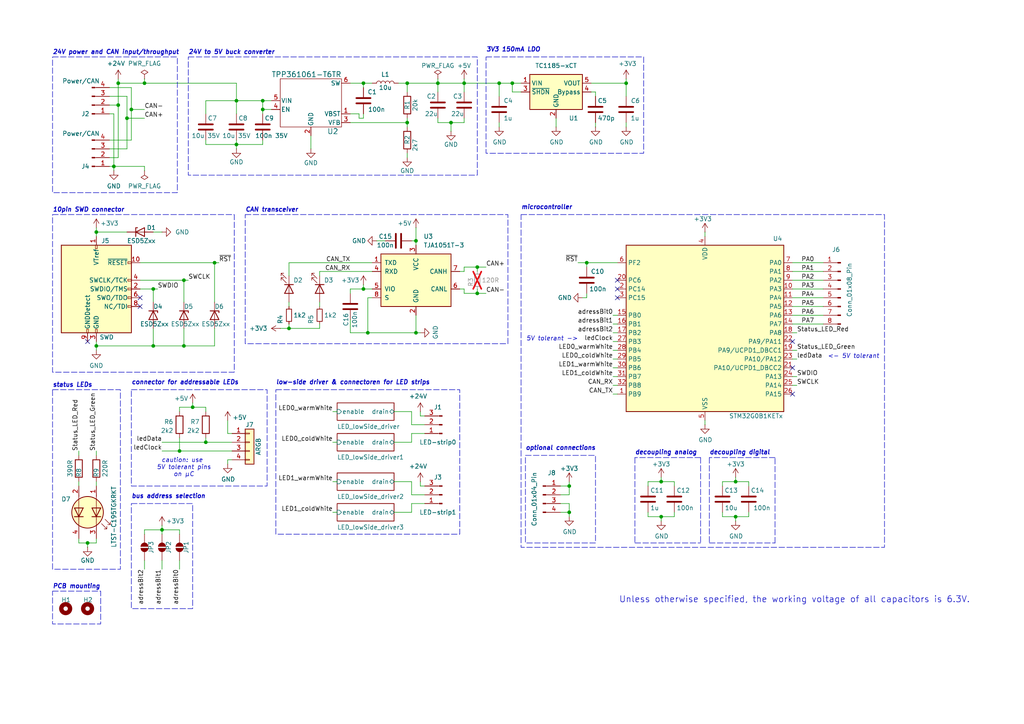
<source format=kicad_sch>
(kicad_sch (version 20231120) (generator "eeschema") (generator_version "8.0")
  (paper "A4")
  (junction (at 213.36 149.86))
  (junction (at 34.29 30.48))
  (junction (at 44.45 100.33))
  (junction (at 191.77 139.7))
  (junction (at 46.99 153.67))
  (junction (at 213.36 139.7))
  (junction (at 38.1 31.75))
  (junction (at 53.34 100.33))
  (junction (at 36.83 34.29))
  (junction (at 41.91 24.13))
  (junction (at 138.43 85.09))
  (junction (at 59.69 128.27))
  (junction (at 120.65 96.52))
  (junction (at 44.45 83.82))
  (junction (at 144.78 24.13))
  (junction (at 25.4 157.48))
  (junction (at 138.43 77.47))
  (junction (at 62.23 76.2))
  (junction (at 191.77 149.86))
  (junction (at 165.1 140.97))
  (junction (at 130.81 35.56))
  (junction (at 118.11 24.13))
  (junction (at 148.59 24.13))
  (junction (at 181.61 24.13))
  (junction (at 165.1 148.59))
  (junction (at 34.29 24.13))
  (junction (at 76.2 31.75))
  (junction (at 127 24.13))
  (junction (at 134.62 24.13))
  (junction (at 68.58 41.91))
  (junction (at 106.68 96.52))
  (junction (at 170.18 76.2))
  (junction (at 118.11 35.56))
  (junction (at 105.41 24.13))
  (junction (at 33.02 48.26))
  (junction (at 105.41 83.82))
  (junction (at 68.58 29.21))
  (junction (at 27.94 67.31))
  (junction (at 27.94 100.33))
  (junction (at 120.65 69.85))
  (junction (at 52.07 130.81))
  (junction (at 83.82 95.25))
  (junction (at 53.34 81.28))
  (junction (at 76.2 29.21))
  (junction (at 55.88 118.11))
  (no_connect (at 179.07 83.82))
  (no_connect (at 229.87 106.68))
  (no_connect (at 40.64 86.36))
  (no_connect (at 229.87 99.06))
  (no_connect (at 179.07 86.36))
  (no_connect (at 25.4 99.06))
  (no_connect (at 40.64 88.9))
  (no_connect (at 229.87 114.3))
  (no_connect (at 179.07 81.28))
  (wire (pts (xy 217.17 149.86) (xy 213.36 149.86)))
  (wire (pts (xy 229.87 109.22) (xy 231.14 109.22)))
  (wire (pts (xy 121.92 119.38) (xy 121.92 120.65)))
  (wire (pts (xy 170.18 77.47) (xy 170.18 76.2)))
  (wire (pts (xy 177.8 104.14) (xy 179.07 104.14)))
  (wire (pts (xy 229.87 76.2) (xy 238.76 76.2)))
  (wire (pts (xy 96.52 148.59) (xy 97.79 148.59)))
  (wire (pts (xy 83.82 93.98) (xy 83.82 95.25)))
  (wire (pts (xy 134.62 34.29) (xy 134.62 35.56)))
  (wire (pts (xy 59.69 128.27) (xy 67.31 128.27)))
  (wire (pts (xy 165.1 148.59) (xy 165.1 146.05)))
  (polyline (pts (xy 224.79 157.48) (xy 224.79 132.715)) (stroke (width 0) (type dash)))
  (wire (pts (xy 31.75 27.94) (xy 36.83 27.94)))
  (polyline (pts (xy 203.2 132.715) (xy 203.2 157.48)) (stroke (width 0) (type dash)))
  (wire (pts (xy 76.2 41.91) (xy 76.2 40.64)))
  (wire (pts (xy 229.87 88.9) (xy 238.76 88.9)))
  (wire (pts (xy 191.77 149.86) (xy 195.58 149.86)))
  (wire (pts (xy 92.71 87.63) (xy 92.71 88.9)))
  (wire (pts (xy 27.94 66.04) (xy 27.94 67.31)))
  (wire (pts (xy 36.83 34.29) (xy 41.91 34.29)))
  (wire (pts (xy 81.28 95.25) (xy 83.82 95.25)))
  (wire (pts (xy 92.71 78.74) (xy 107.95 78.74)))
  (wire (pts (xy 177.8 96.52) (xy 179.07 96.52)))
  (wire (pts (xy 33.02 33.02) (xy 31.75 33.02)))
  (wire (pts (xy 44.45 83.82) (xy 44.45 87.63)))
  (wire (pts (xy 172.72 26.67) (xy 171.45 26.67)))
  (wire (pts (xy 59.69 128.27) (xy 46.99 128.27)))
  (wire (pts (xy 46.99 162.56) (xy 46.99 165.1)))
  (wire (pts (xy 66.04 125.73) (xy 67.31 125.73)))
  (wire (pts (xy 134.62 24.13) (xy 134.62 26.67)))
  (wire (pts (xy 191.77 149.86) (xy 191.77 151.13)))
  (wire (pts (xy 33.02 48.26) (xy 33.02 49.53)))
  (wire (pts (xy 27.94 130.81) (xy 27.94 132.08)))
  (wire (pts (xy 52.07 118.11) (xy 52.07 119.38)))
  (wire (pts (xy 62.23 100.33) (xy 62.23 95.25)))
  (wire (pts (xy 68.58 24.13) (xy 68.58 29.21)))
  (wire (pts (xy 31.75 48.26) (xy 33.02 48.26)))
  (wire (pts (xy 120.65 96.52) (xy 121.92 96.52)))
  (wire (pts (xy 119.38 128.27) (xy 119.38 125.73)))
  (wire (pts (xy 170.18 85.09) (xy 170.18 86.36)))
  (wire (pts (xy 121.92 120.65) (xy 123.19 120.65)))
  (wire (pts (xy 213.36 149.86) (xy 213.36 151.13)))
  (wire (pts (xy 191.77 139.7) (xy 195.58 139.7)))
  (wire (pts (xy 138.43 77.47) (xy 140.97 77.47)))
  (wire (pts (xy 106.68 86.36) (xy 106.68 96.52)))
  (wire (pts (xy 114.3 119.38) (xy 119.38 119.38)))
  (wire (pts (xy 27.94 99.06) (xy 27.94 100.33)))
  (wire (pts (xy 114.3 148.59) (xy 119.38 148.59)))
  (wire (pts (xy 104.14 33.02) (xy 101.6 33.02)))
  (wire (pts (xy 68.58 40.64) (xy 68.58 41.91)))
  (wire (pts (xy 44.45 100.33) (xy 53.34 100.33)))
  (wire (pts (xy 148.59 24.13) (xy 148.59 26.67)))
  (wire (pts (xy 59.69 119.38) (xy 59.69 118.11)))
  (wire (pts (xy 229.87 104.14) (xy 231.14 104.14)))
  (wire (pts (xy 83.82 76.2) (xy 83.82 80.01)))
  (wire (pts (xy 133.35 83.82) (xy 134.62 83.82)))
  (wire (pts (xy 53.34 95.25) (xy 53.34 100.33)))
  (wire (pts (xy 187.96 139.7) (xy 187.96 140.97)))
  (wire (pts (xy 52.07 127) (xy 52.07 130.81)))
  (wire (pts (xy 172.72 27.94) (xy 172.72 26.67)))
  (wire (pts (xy 209.55 149.86) (xy 213.36 149.86)))
  (wire (pts (xy 76.2 33.02) (xy 76.2 31.75)))
  (wire (pts (xy 229.87 81.28) (xy 238.76 81.28)))
  (wire (pts (xy 187.96 139.7) (xy 191.77 139.7)))
  (wire (pts (xy 31.75 43.18) (xy 36.83 43.18)))
  (wire (pts (xy 209.55 140.97) (xy 209.55 139.7)))
  (wire (pts (xy 46.99 153.67) (xy 52.07 153.67)))
  (wire (pts (xy 34.29 45.72) (xy 34.29 30.48)))
  (wire (pts (xy 165.1 140.97) (xy 165.1 139.7)))
  (wire (pts (xy 105.41 83.82) (xy 101.6 83.82)))
  (wire (pts (xy 101.6 96.52) (xy 106.68 96.52)))
  (wire (pts (xy 68.58 29.21) (xy 59.69 29.21)))
  (wire (pts (xy 191.77 139.7) (xy 191.77 138.43)))
  (wire (pts (xy 27.94 100.33) (xy 44.45 100.33)))
  (wire (pts (xy 22.86 156.21) (xy 22.86 157.48)))
  (wire (pts (xy 90.17 39.37) (xy 90.17 43.18)))
  (wire (pts (xy 168.91 86.36) (xy 170.18 86.36)))
  (polyline (pts (xy 205.74 132.715) (xy 205.74 157.48)) (stroke (width 0) (type dash)))
  (wire (pts (xy 120.65 66.04) (xy 120.65 69.85)))
  (wire (pts (xy 120.65 69.85) (xy 120.65 71.12)))
  (wire (pts (xy 213.36 139.7) (xy 217.17 139.7)))
  (wire (pts (xy 52.07 130.81) (xy 67.31 130.81)))
  (wire (pts (xy 68.58 41.91) (xy 76.2 41.91)))
  (wire (pts (xy 217.17 140.97) (xy 217.17 139.7)))
  (wire (pts (xy 34.29 30.48) (xy 31.75 30.48)))
  (wire (pts (xy 34.29 22.86) (xy 34.29 24.13)))
  (wire (pts (xy 130.81 35.56) (xy 127 35.56)))
  (wire (pts (xy 229.87 96.52) (xy 231.14 96.52)))
  (wire (pts (xy 181.61 24.13) (xy 181.61 22.86)))
  (wire (pts (xy 27.94 139.7) (xy 27.94 140.97)))
  (wire (pts (xy 36.83 67.31) (xy 27.94 67.31)))
  (wire (pts (xy 119.38 146.05) (xy 123.19 146.05)))
  (wire (pts (xy 52.07 153.67) (xy 52.07 154.94)))
  (wire (pts (xy 76.2 31.75) (xy 78.74 31.75)))
  (wire (pts (xy 36.83 27.94) (xy 36.83 34.29)))
  (wire (pts (xy 68.58 41.91) (xy 68.58 43.18)))
  (wire (pts (xy 181.61 27.94) (xy 181.61 24.13)))
  (wire (pts (xy 217.17 148.59) (xy 217.17 149.86)))
  (wire (pts (xy 55.88 116.84) (xy 55.88 118.11)))
  (wire (pts (xy 144.78 24.13) (xy 144.78 27.94)))
  (wire (pts (xy 109.22 69.85) (xy 111.76 69.85)))
  (wire (pts (xy 31.75 40.64) (xy 38.1 40.64)))
  (wire (pts (xy 38.1 25.4) (xy 38.1 31.75)))
  (wire (pts (xy 105.41 83.82) (xy 107.95 83.82)))
  (wire (pts (xy 53.34 100.33) (xy 62.23 100.33)))
  (wire (pts (xy 83.82 87.63) (xy 83.82 88.9)))
  (wire (pts (xy 118.11 34.29) (xy 118.11 35.56)))
  (wire (pts (xy 34.29 24.13) (xy 41.91 24.13)))
  (wire (pts (xy 119.38 143.51) (xy 123.19 143.51)))
  (wire (pts (xy 229.87 78.74) (xy 238.76 78.74)))
  (wire (pts (xy 52.07 130.81) (xy 46.99 130.81)))
  (wire (pts (xy 22.86 139.7) (xy 22.86 140.97)))
  (wire (pts (xy 187.96 149.86) (xy 191.77 149.86)))
  (wire (pts (xy 229.87 83.82) (xy 238.76 83.82)))
  (wire (pts (xy 53.34 81.28) (xy 54.61 81.28)))
  (wire (pts (xy 127 22.86) (xy 127 24.13)))
  (wire (pts (xy 106.68 86.36) (xy 107.95 86.36)))
  (wire (pts (xy 127 35.56) (xy 127 34.29)))
  (wire (pts (xy 83.82 95.25) (xy 92.71 95.25)))
  (wire (pts (xy 101.6 92.71) (xy 101.6 96.52)))
  (wire (pts (xy 138.43 85.09) (xy 140.97 85.09)))
  (wire (pts (xy 119.38 139.7) (xy 119.38 143.51)))
  (wire (pts (xy 118.11 24.13) (xy 118.11 26.67)))
  (wire (pts (xy 161.29 34.29) (xy 161.29 36.83)))
  (wire (pts (xy 27.94 100.33) (xy 27.94 101.6)))
  (wire (pts (xy 44.45 100.33) (xy 44.45 95.25)))
  (wire (pts (xy 134.62 78.74) (xy 134.62 77.47)))
  (wire (pts (xy 127 24.13) (xy 127 26.67)))
  (wire (pts (xy 105.41 34.29) (xy 104.14 34.29)))
  (wire (pts (xy 151.13 26.67) (xy 148.59 26.67)))
  (wire (pts (xy 134.62 22.86) (xy 134.62 24.13)))
  (polyline (pts (xy 203.2 132.715) (xy 184.15 132.715)) (stroke (width 0) (type dash)))
  (wire (pts (xy 134.62 77.47) (xy 138.43 77.47)))
  (wire (pts (xy 229.87 86.36) (xy 238.76 86.36)))
  (polyline (pts (xy 205.74 157.48) (xy 224.79 157.48)) (stroke (width 0) (type dash)))
  (wire (pts (xy 76.2 29.21) (xy 76.2 31.75)))
  (wire (pts (xy 138.43 77.47) (xy 138.43 78.74)))
  (wire (pts (xy 120.65 91.44) (xy 120.65 96.52)))
  (wire (pts (xy 177.8 93.98) (xy 179.07 93.98)))
  (wire (pts (xy 52.07 162.56) (xy 52.07 165.1)))
  (wire (pts (xy 41.91 162.56) (xy 41.91 165.1)))
  (wire (pts (xy 229.87 93.98) (xy 238.76 93.98)))
  (wire (pts (xy 170.18 76.2) (xy 179.07 76.2)))
  (wire (pts (xy 195.58 149.86) (xy 195.58 148.59)))
  (wire (pts (xy 121.92 139.7) (xy 121.92 140.97)))
  (wire (pts (xy 209.55 149.86) (xy 209.55 148.59)))
  (wire (pts (xy 96.52 139.7) (xy 97.79 139.7)))
  (wire (pts (xy 92.71 93.98) (xy 92.71 95.25)))
  (wire (pts (xy 101.6 35.56) (xy 118.11 35.56)))
  (wire (pts (xy 165.1 149.86) (xy 165.1 148.59)))
  (wire (pts (xy 40.64 76.2) (xy 62.23 76.2)))
  (wire (pts (xy 66.04 133.35) (xy 66.04 134.62)))
  (wire (pts (xy 41.91 154.94) (xy 41.91 153.67)))
  (wire (pts (xy 31.75 45.72) (xy 34.29 45.72)))
  (wire (pts (xy 114.3 139.7) (xy 119.38 139.7)))
  (wire (pts (xy 33.02 33.02) (xy 33.02 48.26)))
  (wire (pts (xy 68.58 29.21) (xy 76.2 29.21)))
  (polyline (pts (xy 184.15 132.715) (xy 184.15 157.48)) (stroke (width 0) (type dash)))
  (wire (pts (xy 177.8 101.6) (xy 179.07 101.6)))
  (wire (pts (xy 162.56 148.59) (xy 165.1 148.59)))
  (wire (pts (xy 120.65 96.52) (xy 106.68 96.52)))
  (wire (pts (xy 134.62 85.09) (xy 138.43 85.09)))
  (wire (pts (xy 105.41 82.55) (xy 105.41 83.82)))
  (wire (pts (xy 177.8 106.68) (xy 179.07 106.68)))
  (wire (pts (xy 41.91 48.26) (xy 41.91 49.53)))
  (wire (pts (xy 177.8 114.3) (xy 179.07 114.3)))
  (wire (pts (xy 40.64 83.82) (xy 44.45 83.82)))
  (wire (pts (xy 105.41 24.13) (xy 107.95 24.13)))
  (wire (pts (xy 62.23 76.2) (xy 62.23 87.63)))
  (wire (pts (xy 46.99 152.4) (xy 46.99 153.67)))
  (wire (pts (xy 96.52 128.27) (xy 97.79 128.27)))
  (wire (pts (xy 66.04 133.35) (xy 67.31 133.35)))
  (wire (pts (xy 177.8 111.76) (xy 179.07 111.76)))
  (wire (pts (xy 162.56 143.51) (xy 165.1 143.51)))
  (wire (pts (xy 105.41 33.02) (xy 105.41 34.29)))
  (wire (pts (xy 105.41 24.13) (xy 105.41 25.4)))
  (wire (pts (xy 34.29 24.13) (xy 34.29 30.48)))
  (wire (pts (xy 25.4 157.48) (xy 27.94 157.48)))
  (wire (pts (xy 229.87 111.76) (xy 231.14 111.76)))
  (wire (pts (xy 134.62 24.13) (xy 144.78 24.13)))
  (wire (pts (xy 59.69 29.21) (xy 59.69 33.02)))
  (wire (pts (xy 44.45 83.82) (xy 45.72 83.82)))
  (wire (pts (xy 229.87 91.44) (xy 238.76 91.44)))
  (wire (pts (xy 114.3 128.27) (xy 119.38 128.27)))
  (wire (pts (xy 195.58 139.7) (xy 195.58 140.97)))
  (wire (pts (xy 177.8 99.06) (xy 179.07 99.06)))
  (wire (pts (xy 96.52 119.38) (xy 97.79 119.38)))
  (wire (pts (xy 76.2 29.21) (xy 78.74 29.21)))
  (wire (pts (xy 165.1 146.05) (xy 162.56 146.05)))
  (wire (pts (xy 123.19 140.97) (xy 121.92 140.97)))
  (wire (pts (xy 119.38 119.38) (xy 119.38 123.19)))
  (wire (pts (xy 55.88 118.11) (xy 52.07 118.11)))
  (wire (pts (xy 59.69 41.91) (xy 59.69 40.64)))
  (wire (pts (xy 62.23 76.2) (xy 63.5 76.2)))
  (wire (pts (xy 101.6 24.13) (xy 105.41 24.13)))
  (wire (pts (xy 118.11 45.72) (xy 118.11 44.45)))
  (wire (pts (xy 118.11 35.56) (xy 118.11 36.83)))
  (wire (pts (xy 118.11 24.13) (xy 127 24.13)))
  (wire (pts (xy 22.86 157.48) (xy 25.4 157.48)))
  (wire (pts (xy 130.81 38.1) (xy 130.81 35.56)))
  (wire (pts (xy 119.38 148.59) (xy 119.38 146.05)))
  (wire (pts (xy 92.71 80.01) (xy 92.71 78.74)))
  (polyline (pts (xy 184.15 157.48) (xy 203.2 157.48)) (stroke (width 0) (type dash)))
  (wire (pts (xy 162.56 140.97) (xy 165.1 140.97)))
  (wire (pts (xy 138.43 83.82) (xy 138.43 85.09)))
  (wire (pts (xy 36.83 43.18) (xy 36.83 34.29)))
  (wire (pts (xy 127 24.13) (xy 134.62 24.13)))
  (wire (pts (xy 40.64 81.28) (xy 53.34 81.28)))
  (wire (pts (xy 165.1 140.97) (xy 165.1 143.51)))
  (wire (pts (xy 209.55 139.7) (xy 213.36 139.7)))
  (wire (pts (xy 41.91 24.13) (xy 68.58 24.13)))
  (wire (pts (xy 134.62 83.82) (xy 134.62 85.09)))
  (wire (pts (xy 177.8 91.44) (xy 179.07 91.44)))
  (wire (pts (xy 101.6 83.82) (xy 101.6 85.09)))
  (wire (pts (xy 46.99 67.31) (xy 44.45 67.31)))
  (wire (pts (xy 41.91 153.67) (xy 46.99 153.67)))
  (wire (pts (xy 115.57 24.13) (xy 118.11 24.13)))
  (wire (pts (xy 53.34 81.28) (xy 53.34 87.63)))
  (wire (pts (xy 148.59 24.13) (xy 151.13 24.13)))
  (wire (pts (xy 172.72 35.56) (xy 172.72 36.83)))
  (wire (pts (xy 68.58 29.21) (xy 68.58 33.02)))
  (wire (pts (xy 38.1 31.75) (xy 41.91 31.75)))
  (wire (pts (xy 104.14 34.29) (xy 104.14 33.02)))
  (wire (pts (xy 144.78 24.13) (xy 148.59 24.13)))
  (wire (pts (xy 83.82 76.2) (xy 107.95 76.2)))
  (wire (pts (xy 55.88 118.11) (xy 59.69 118.11)))
  (wire (pts (xy 144.78 36.83) (xy 144.78 35.56)))
  (wire (pts (xy 59.69 127) (xy 59.69 128.27)))
  (wire (pts (xy 171.45 24.13) (xy 181.61 24.13)))
  (wire (pts (xy 66.04 121.92) (xy 66.04 125.73)))
  (wire (pts (xy 119.38 123.19) (xy 123.19 123.19)))
  (wire (pts (xy 167.64 76.2) (xy 170.18 76.2)))
  (wire (pts (xy 33.02 48.26) (xy 41.91 48.26)))
  (wire (pts (xy 134.62 35.56) (xy 130.81 35.56)))
  (wire (pts (xy 229.87 101.6) (xy 231.14 101.6)))
  (wire (pts (xy 204.47 121.92) (xy 204.47 123.19)))
  (wire (pts (xy 25.4 157.48) (xy 25.4 158.75)))
  (wire (pts (xy 177.8 109.22) (xy 179.07 109.22)))
  (wire (pts (xy 133.35 78.74) (xy 134.62 78.74)))
  (wire (pts (xy 59.69 41.91) (xy 68.58 41.91)))
  (wire (pts (xy 22.86 130.81) (xy 22.86 132.08)))
  (wire (pts (xy 187.96 149.86) (xy 187.96 148.59)))
  (wire (pts (xy 213.36 138.43) (xy 213.36 139.7)))
  (wire (pts (xy 41.91 22.86) (xy 41.91 24.13)))
  (wire (pts (xy 31.75 25.4) (xy 38.1 25.4)))
  (wire (pts (xy 181.61 36.83) (xy 181.61 35.56)))
  (polyline (pts (xy 224.79 132.715) (xy 205.74 132.715)) (stroke (width 0) (type dash)))
  (wire (pts (xy 38.1 31.75) (xy 38.1 40.64)))
  (wire (pts (xy 119.38 69.85) (xy 120.65 69.85)))
  (wire (pts (xy 46.99 153.67) (xy 46.99 154.94)))
  (wire (pts (xy 204.47 67.31) (xy 204.47 68.58)))
  (wire (pts (xy 27.94 67.31) (xy 27.94 68.58)))
  (wire (pts (xy 119.38 125.73) (xy 123.19 125.73)))
  (wire (pts (xy 27.94 156.21) (xy 27.94 157.48)))
  (rectangle (start 38.1 113.03) (end 77.47 140.97) (stroke (width 0) (type dash)))
  (rectangle (start 15.24 171.45) (end 29.21 180.975) (stroke (width 0) (type dash)))
  (rectangle (start 15.24 16.51) (end 51.435 55.88) (stroke (width 0) (type dash)))
  (rectangle (start 38.1 146.05) (end 55.88 176.53) (stroke (width 0) (type dash)))
  (rectangle (start 71.12 62.23) (end 147.32 99.695) (stroke (width 0) (type dash)))
  (rectangle (start 151.13 62.23) (end 256.54 158.75) (stroke (width 0) (type dash)))
  (rectangle (start 15.24 62.23) (end 67.945 107.95) (stroke (width 0) (type dash)))
  (rectangle (start 54.61 16.51) (end 138.43 50.8) (stroke (width 0) (type dash)))
  (rectangle (start 80.01 113.03) (end 133.35 154.94) (stroke (width 0) (type dash)))
  (rectangle (start 15.24 113.03) (end 34.925 165.1) (stroke (width 0) (type dash)))
  (rectangle (start 152.4 132.08) (end 172.72 157.48) (stroke (width 0) (type dash)))
  (rectangle (start 140.97 16.51) (end 186.69 44.45) (stroke (width 0) (type dash)))
  (text "decoupling analog" (at 184.15 132.08 0) (effects (font (size 1.27 1.27) (thickness 0.254) (bold yes) (italic yes)) (justify left bottom)))
  (text "3V3 150mA LDO" (at 140.97 15.24 0) (effects (font (size 1.27 1.27) (thickness 0.254) (bold yes) (italic yes)) (justify left bottom)))
  (text "24V power and CAN input/throughput" (at 15.24 15.24 0) (effects (font (size 1.27 1.27) (thickness 0.254) (bold yes) (italic yes)) (justify left)))
  (text "optional connections" (at 152.4 130.81 0) (effects (font (size 1.27 1.27) (thickness 0.254) (bold yes) (italic yes)) (justify left bottom)))
  (text "microcontroller" (at 151.13 60.96 0) (effects (font (size 1.27 1.27) (thickness 0.254) (bold yes) (italic yes)) (justify left bottom)))
  (text "CAN transceiver" (at 71.12 60.96 0) (effects (font (size 1.27 1.27) (thickness 0.254) (bold yes) (italic yes)) (justify left)))
  (text "PCB mounting" (at 15.24 170.18 0) (effects (font (size 1.27 1.27) (thickness 0.254) (bold yes) (italic yes)) (justify left)))
  (text "5V tolerant ->" (at 167.64 99.06 0) (effects (font (size 1.27 1.27) (italic yes)) (justify right bottom)))
  (text "low-side driver & connectoren for LED strips" (at 80.01 111.76 0) (effects (font (size 1.27 1.27) (thickness 0.254) (bold yes) (italic yes)) (justify left bottom)))
  (text "connector for addressable LEDs" (at 38.1 111.76 0) (effects (font (size 1.27 1.27) (thickness 0.254) (bold yes) (italic yes)) (justify left bottom)))
  (text "Unless otherwise specified, the working voltage of all capacitors is 6.3V. " (at 231.14 173.99 0) (effects (font (size 1.8 1.8))))
  (text "status LEDs" (at 15.24 111.76 0) (effects (font (size 1.27 1.27) (thickness 0.254) (bold yes) (italic yes)) (justify left)))
  (text "bus address selection" (at 38.1 144.78 0) (effects (font (size 1.27 1.27) (thickness 0.254) (bold yes) (italic yes)) (justify left bottom)))
  (text "24V to 5V buck converter" (at 54.61 15.24 0) (effects (font (size 1.27 1.27) (thickness 0.254) (bold yes) (italic yes)) (justify left)))
  (text "<- 5V tolerant" (at 240.03 104.14 0) (effects (font (size 1.27 1.27) (italic yes)) (justify left bottom)))
  (text "caution: use \n5V tolerant pins\non µC" (at 53.34 138.43 0) (effects (font (size 1.27 1.27) (italic yes)) (justify bottom)))
  (text "10pin SWD connector" (at 15.24 60.96 0) (effects (font (size 1.27 1.27) (thickness 0.254) (bold yes) (italic yes)) (justify left)))
  (text "decoupling digital" (at 205.74 132.08 0) (effects (font (size 1.27 1.27) (thickness 0.254) (bold yes) (italic yes)) (justify left bottom)))
  (label "LED1_warmWhite" (at 177.8 106.68 180))
  (label "Status_LED_Green" (at 231.14 101.6 0))
  (label "PA1" (at 232.41 78.74 0))
  (label "CAN_RX" (at 177.8 111.76 180))
  (label "ledData" (at 46.99 128.27 180))
  (label "CAN+" (at 140.97 77.47 0))
  (label "adressBit1" (at 46.99 165.1 270))
  (label "PA4" (at 232.41 86.36 0))
  (label "PA6" (at 232.41 91.44 0))
  (label "LED0_coldWhite" (at 96.52 128.27 180))
  (label "adressBit0" (at 52.07 165.1 270))
  (label "SWDIO" (at 45.72 83.82 0))
  (label "PA0" (at 232.41 76.2 0))
  (label "Status_LED_Red" (at 22.86 130.81 90))
  (label "adressBit1" (at 177.8 93.98 180))
  (label "PA7" (at 232.41 93.98 0))
  (label "LED1_coldWhite" (at 96.52 148.59 180))
  (label "SWCLK" (at 231.14 111.76 0))
  (label "CAN+" (at 41.91 34.29 0))
  (label "LED0_warmWhite" (at 96.52 119.38 180))
  (label "SWDIO" (at 231.14 109.22 0))
  (label "LED0_warmWhite" (at 177.8 101.6 180))
  (label "LED0_coldWhite" (at 177.8 104.14 180))
  (label "adressBit2" (at 177.8 96.52 180))
  (label "PA2" (at 232.41 81.28 0))
  (label "PA5" (at 232.41 88.9 0))
  (label "CAN_TX" (at 101.6 76.2 180))
  (label "Status_LED_Green" (at 27.94 130.81 90))
  (label "~{RST}" (at 167.64 76.2 180))
  (label "~{RST}" (at 63.5 76.2 0))
  (label "CAN_TX" (at 177.8 114.3 180))
  (label "CAN-" (at 41.91 31.75 0))
  (label "adressBit0" (at 177.8 91.44 180))
  (label "ledData" (at 231.14 104.14 0))
  (label "CAN_RX" (at 101.6 78.74 180))
  (label "PA3" (at 232.41 83.82 0))
  (label "CAN-" (at 140.97 85.09 0))
  (label "ledClock" (at 46.99 130.81 180))
  (label "adressBit2" (at 41.91 165.1 270))
  (label "SWCLK" (at 54.61 81.28 0))
  (label "Status_LED_Red" (at 231.14 96.52 0))
  (label "LED1_warmWhite" (at 96.52 139.7 180))
  (label "LED1_coldWhite" (at 177.8 109.22 180))
  (label "ledClock" (at 177.8 99.06 180))
  (symbol (lib_id "Diode:ESD5Zxx") (at 44.45 91.44 270) (unit 1)
    (property "Reference" "D4" (at 44.45 88.9 90) (effects (justify left)))
    (property "Value" "ESD5Zxx" (at 40.64 93.98 90) (effects (justify left)))
    (property "Footprint" "Diode_SMD:D_SOD-523" (effects (hide yes)))
    (property "Datasheet" "https://www.onsemi.com/pdf/datasheet/esd5z2.5t1-d.pdf" (effects (hide yes)))
    (property "Description" "ESD Protection Diode, SOD-523" (effects (hide yes)))
  )
  (symbol (lib_id "power:GND") (at 118.11 45.72 0) (unit 1)
    (property "Reference" "#PWR011" (effects (hide yes)))
    (property "Value" "GND" (at 118.11 49.53 0))
    (property "Description" "Power symbol creates a global label with name \"GND\" , ground" (effects (hide yes)))
  )
  (symbol (lib_id "Device:C") (at 209.55 144.78 180) (unit 1)
    (property "Reference" "C13" (at 212.09 142.24 0))
    (property "Value" "10u" (at 212.09 147.32 0))
    (property "Footprint" "Capacitor_SMD:C_0805_2012Metric_Pad1.18x1.45mm_HandSolder" (effects (hide yes)))
  )
  (symbol (lib_id "power:+3V3") (at 27.94 66.04 0) (unit 1)
    (property "Reference" "#PWR014" (effects (hide yes)))
    (property "Value" "+3V3" (at 31.75 64.77 0))
    (property "Description" "Power symbol creates a global label with name \"+3V3\"" (effects (hide yes)))
  )
  (symbol (lib_id "Device:C") (at 76.2 36.83 180) (unit 1)
    (property "Reference" "C9" (at 78.105 34.29 0))
    (property "Value" "100n 35V" (at 78.74 39.37 0))
    (property "Footprint" "Capacitor_SMD:C_0603_1608Metric_Pad1.08x0.95mm_HandSolder" (effects (hide yes)))
    (property "Description" "Unpolarized capacitor" (effects (hide yes)))
  )
  (symbol (lib_id "power:GND") (at 121.92 96.52 90) (unit 1)
    (property "Reference" "#PWR020" (effects (hide yes)))
    (property "Value" "GND" (at 126.3142 96.393 0))
  )
  (symbol (lib_id "Connector:Conn_01x03_Pin") (at 128.27 123.19 180) (unit 1)
    (property "Reference" "J1" (at 127 118.11 0))
    (property "Value" "LED-strip0" (at 127 128.27 0))
    (property "Footprint" "Connector_Molex:Molex_PicoBlade_53047-0310_1x03_P1.25mm_Vertical" (effects (hide yes)))
    (property "Description" "Generic connector, single row, 01x03, script generated" (effects (hide yes)))
  )
  (symbol (lib_id "Device:LED_Dual_AAKK") (at 25.4 148.59 270) (unit 1)
    (property "Reference" "D7" (at 17.78 144.78 90) (effects (justify left)))
    (property "Value" "LTST-C195TGKRKT" (at 33.02 140.97 0) (effects (justify left)))
    (property "Footprint" "extraFootprints:LED_LiteOn_LTST-C195TGKRKT" (effects (hide yes)))
    (property "Datasheet" "https://optoelectronics.liteon.com/upload/download/DS22-2011-0290/LTST-C195TGKRKT.pdf" (effects (hide yes)))
    (property "Description" "Dual LED, cathodes on pins 3 and 4" (effects (hide yes)))
  )
  (symbol (lib_id "power:+3.3V") (at 181.61 22.86 0) (unit 1)
    (property "Reference" "#PWR03" (effects (hide yes)))
    (property "Value" "+3V3" (at 181.991 18.4658 0))
    (property "Description" "Power symbol creates a global label with name \"+3.3V\"" (effects (hide yes)))
  )
  (symbol (lib_id "power:GND") (at 161.29 36.83 0) (unit 1)
    (property "Reference" "#PWR05" (effects (hide yes)))
    (property "Value" "GND" (at 161.417 41.2242 0))
    (property "Description" "Power symbol creates a global label with name \"GND\" , ground" (effects (hide yes)))
  )
  (symbol (lib_id "Device:C") (at 105.41 29.21 180) (unit 1)
    (property "Reference" "C1" (at 107.95 26.67 0))
    (property "Value" "100n" (at 109.22 31.75 0))
    (property "Footprint" "Capacitor_SMD:C_0603_1608Metric_Pad1.08x0.95mm_HandSolder" (effects (hide yes)))
    (property "Description" "Unpolarized capacitor" (effects (hide yes)))
  )
  (symbol (lib_id "power:GND") (at 181.61 36.83 0) (unit 1)
    (property "Reference" "#PWR07" (effects (hide yes)))
    (property "Value" "GND" (at 181.737 41.2242 0))
    (property "Description" "Power symbol creates a global label with name \"GND\" , ground" (effects (hide yes)))
  )
  (symbol (lib_id "Connector_Generic:Conn_01x04") (at 72.39 128.27 0) (unit 1)
    (property "Reference" "J7" (at 72.39 123.19 0))
    (property "Value" "ARGB" (at 74.93 129.54 90))
    (property "Footprint" "Connector_Molex:Molex_PicoBlade_53047-0410_1x04_P1.25mm_Vertical" (effects (hide yes)))
    (property "Description" "Generic connector, single row, 01x04, script generated (kicad-library-utils/schlib/autogen/connector/)" (effects (hide yes)))
  )
  (symbol (lib_id "power:PWR_FLAG") (at 41.91 49.53 180) (unit 1)
    (property "Reference" "#FLG03" (effects (hide yes)))
    (property "Value" "PWR_FLAG" (at 41.91 53.975 0))
    (property "Description" "Special symbol for telling ERC where power comes from" (effects (hide yes)))
  )
  (symbol (lib_id "power:PWR_FLAG") (at 127 22.86 0) (unit 1)
    (property "Reference" "#FLG02" (effects (hide yes)))
    (property "Value" "PWR_FLAG" (at 127 19.05 0))
    (property "Description" "Special symbol for telling ERC where power comes from" (effects (hide yes)))
  )
  (symbol (lib_id "power:GND") (at 165.1 149.86 0) (unit 1)
    (property "Reference" "#PWR039" (effects (hide yes)))
    (property "Value" "GND" (at 165.227 154.2542 0))
  )
  (symbol (lib_id "power:+3V3") (at 213.36 138.43 0) (unit 1)
    (property "Reference" "#PWR028" (effects (hide yes)))
    (property "Value" "+3V3" (at 213.36 134.62 0))
  )
  (symbol (lib_id "Connector:Conn_ARM_JTAG_SWD_10") (at 27.94 83.82 0) (unit 1)
    (property "Reference" "J5" (at 31.75 69.85 0) (effects (justify right)))
    (property "Value" "SWD" (at 33.02 97.79 0) (effects (justify right)))
    (property "Footprint" "Connector_PinHeader_1.27mm:PinHeader_2x05_P1.27mm_Vertical_SMD" (effects (hide yes)))
    (property "Datasheet" "http://infocenter.arm.com/help/topic/com.arm.doc.ddi0314h/DDI0314H_coresight_components_trm.pdf" (effects (hide yes)))
    (property "Description" "Cortex Debug Connector, standard ARM Cortex-M SWD and JTAG interface" (effects (hide yes)))
  )
  (symbol (lib_id "power:+24V") (at 121.92 139.7 0) (unit 1)
    (property "Reference" "#PWR037" (effects (hide yes)))
    (property "Value" "+24V" (at 121.285 135.255 0))
    (property "Description" "Power symbol creates a global label with name \"+24V\"" (effects (hide yes)))
  )
  (symbol (lib_id "power:+3V3") (at 191.77 138.43 0) (unit 1)
    (property "Reference" "#PWR027" (effects (hide yes)))
    (property "Value" "+3V3" (at 191.77 134.62 0))
  )
  (symbol (lib_id "Device:R") (at 118.11 40.64 180) (unit 1)
    (property "Reference" "R2" (at 118.11 41.91 90) (effects (justify right)))
    (property "Value" "2k7" (at 120.396 43.942 90) (effects (justify right)))
    (property "Footprint" "Resistor_SMD:R_0603_1608Metric_Pad0.98x0.95mm_HandSolder" (effects (hide yes)))
    (property "Description" "Resistor" (effects (hide yes)))
  )
  (symbol (lib_id "Jumper:SolderJumper_2_Open") (at 52.07 158.75 270) (unit 1) (exclude_from_sim yes) (in_bom no)
    (property "Reference" "JP1" (at 53.975 158.75 0))
    (property "Value" "SolderJumper_2_Open" (effects (hide yes)))
    (property "Footprint" "Jumper:SolderJumper-2_P1.3mm_Open_TrianglePad1.0x1.5mm" (effects (hide yes)))
    (property "Description" "Solder Jumper, 2-pole, open" (effects (hide yes)))
  )
  (symbol (lib_id "Device:C") (at 134.62 30.48 180) (unit 1)
    (property "Reference" "C3" (at 132.715 27.94 0))
    (property "Value" "22u" (at 132.715 33.02 0))
    (property "Footprint" "Capacitor_SMD:C_0805_2012Metric_Pad1.18x1.45mm_HandSolder" (effects (hide yes)))
    (property "Description" "Unpolarized capacitor" (effects (hide yes)))
  )
  (symbol (lib_id "Diode:ESD5Zxx") (at 40.64 67.31 0) (unit 1)
    (property "Reference" "D1" (at 42.545 66.04 0) (effects (justify left)))
    (property "Value" "ESD5Zxx" (at 36.83 69.85 0) (effects (justify left)))
    (property "Footprint" "Diode_SMD:D_SOD-523" (effects (hide yes)))
    (property "Datasheet" "https://www.onsemi.com/pdf/datasheet/esd5z2.5t1-d.pdf" (effects (hide yes)))
    (property "Description" "ESD Protection Diode, SOD-523" (effects (hide yes)))
  )
  (symbol (lib_id "power:GND") (at 90.17 43.18 0) (unit 1)
    (property "Reference" "#PWR010" (effects (hide yes)))
    (property "Value" "GND" (at 90.17 47.244 0))
    (property "Description" "Power symbol creates a global label with name \"GND\" , ground" (effects (hide yes)))
  )
  (symbol (lib_id "power:+3V3") (at 81.28 95.25 90) (mirror x) (unit 1)
    (property "Reference" "#PWR021" (effects (hide yes)))
    (property "Value" "+3V3" (at 74.93 95.25 90))
    (property "Description" "Power symbol creates a global label with name \"+3V3\"" (effects (hide yes)))
  )
  (symbol (lib_id "power:+3V3") (at 204.47 67.31 0) (unit 1)
    (property "Reference" "#PWR017" (effects (hide yes)))
    (property "Value" "+3V3" (at 203.835 63.5 0))
    (property "Description" "Power symbol creates a global label with name \"+3V3\"" (effects (hide yes)))
  )
  (symbol (lib_id "power:PWR_FLAG") (at 41.91 22.86 0) (unit 1)
    (property "Reference" "#FLG01" (effects (hide yes)))
    (property "Value" "PWR_FLAG" (at 41.91 18.415 0))
    (property "Description" "Special symbol for telling ERC where power comes from" (effects (hide yes)))
  )
  (symbol (lib_id "Device:R") (at 118.11 30.48 0) (unit 1)
    (property "Reference" "R1" (at 118.11 30.48 90))
    (property "Value" "20k" (at 120.396 30.48 90))
    (property "Footprint" "Resistor_SMD:R_0603_1608Metric_Pad0.98x0.95mm_HandSolder" (effects (hide yes)))
    (property "Description" "Resistor" (effects (hide yes)))
  )
  (symbol (lib_id "Device:R_Small") (at 83.82 91.44 0) (unit 1)
    (property "Reference" "R4" (at 81.28 93.98 90) (effects (justify left)))
    (property "Value" "1k2" (at 85.09 91.44 0) (effects (justify left)))
    (property "Footprint" "Resistor_SMD:R_0603_1608Metric_Pad0.98x0.95mm_HandSolder" (effects (hide yes)))
    (property "Description" "Resistor, small symbol" (effects (hide yes)))
  )
  (symbol (lib_id "power:GND") (at 204.47 123.19 0) (unit 1)
    (property "Reference" "#PWR025" (effects (hide yes)))
    (property "Value" "GND" (at 204.597 127.5842 0))
  )
  (symbol (lib_id "Device:C") (at 187.96 144.78 0) (unit 1)
    (property "Reference" "C11" (at 188.595 142.24 0) (effects (justify left)))
    (property "Value" "1u" (at 188.595 147.32 0) (effects (justify left)))
    (property "Footprint" "Capacitor_SMD:C_0805_2012Metric_Pad1.18x1.45mm_HandSolder" (effects (hide yes)))
  )
  (symbol (lib_id "Device:C") (at 68.58 36.83 180) (unit 1)
    (property "Reference" "C8" (at 70.485 34.29 0))
    (property "Value" "10u 35V" (at 68.58 39.37 0))
    (property "Footprint" "Capacitor_SMD:C_0603_1608Metric_Pad1.08x0.95mm_HandSolder" (effects (hide yes)))
    (property "Description" "Unpolarized capacitor" (effects (hide yes)))
  )
  (symbol (lib_id "power:GND") (at 144.78 36.83 0) (unit 1)
    (property "Reference" "#PWR04" (effects (hide yes)))
    (property "Value" "GND" (at 144.907 41.2242 0))
    (property "Description" "Power symbol creates a global label with name \"GND\" , ground" (effects (hide yes)))
  )
  (symbol (lib_id "power:GND") (at 168.91 86.36 270) (mirror x) (unit 1)
    (property "Reference" "#PWR019" (effects (hide yes)))
    (property "Value" "GND" (at 163.83 86.36 90))
  )
  (symbol (lib_id "MCU_ST_STM32G0:STM32G0B1KETx") (at 204.47 96.52 0) (unit 1)
    (property "Reference" "U4" (at 224.155 69.215 0) (effects (justify left)))
    (property "Value" "STM32G0B1KETx" (at 211.455 120.65 0) (effects (justify left)))
    (property "Footprint" "Package_QFP:LQFP-32_7x7mm_P0.8mm" (effects (hide yes)))
    (property "Datasheet" "https://www.st.com/resource/en/datasheet/stm32g0b1ke.pdf" (effects (hide yes)))
    (property "Description" "STMicroelectronics Arm Cortex-M0+ MCU, 512KB flash, 144KB RAM, 64 MHz, 1.7-3.6V, 30 GPIO, LQFP32" (effects (hide yes)))
  )
  (symbol (lib_id "power:GND") (at 191.77 151.13 0) (unit 1)
    (property "Reference" "#PWR029" (effects (hide yes)))
    (property "Value" "GND" (at 191.897 155.5242 0))
  )
  (symbol (lib_id "Device:R_Small") (at 92.71 91.44 0) (unit 1)
    (property "Reference" "R5" (at 90.17 93.98 90) (effects (justify left)))
    (property "Value" "1k2" (at 93.98 91.44 0) (effects (justify left)))
    (property "Footprint" "Resistor_SMD:R_0603_1608Metric_Pad0.98x0.95mm_HandSolder" (effects (hide yes)))
    (property "Description" "Resistor, small symbol" (effects (hide yes)))
  )
  (symbol (lib_id "Mechanical:MountingHole") (at 25.4 176.53 0) (unit 1) (exclude_from_sim yes) (in_bom no)
    (property "Reference" "H2" (at 24.13 173.99 0) (effects (justify left)))
    (property "Value" "MountingHole" (effects (hide yes)))
    (property "Footprint" "MountingHole:MountingHole_3.2mm_M3_ISO14580" (effects (hide yes)))
    (property "Description" "Mounting Hole without connection" (effects (hide yes)))
  )
  (symbol (lib_id "Device:LED") (at 92.71 83.82 270) (unit 1)
    (property "Reference" "D3" (at 93.98 81.28 90) (effects (justify left)))
    (property "Value" "150060BS75000" (effects (hide yes)))
    (property "Footprint" "LED_SMD:LED_0603_1608Metric_Pad1.05x0.95mm_HandSolder" (effects (hide yes)))
    (property "Datasheet" "https://www.we-online.com/components/products/datasheet/150060BS75000.pdf" (effects (hide yes)))
    (property "Description" "Light emitting diode" (effects (hide yes)))
  )
  (symbol (lib_id "power:GND") (at 213.36 151.13 0) (unit 1)
    (property "Reference" "#PWR030" (effects (hide yes)))
    (property "Value" "GND" (at 213.487 155.5242 0))
  )
  (symbol (lib_id "Device:C") (at 59.69 36.83 180) (unit 1)
    (property "Reference" "C7" (at 61.595 34.29 0))
    (property "Value" "10u 35V" (at 59.69 39.37 0))
    (property "Footprint" "Capacitor_SMD:C_0603_1608Metric_Pad1.08x0.95mm_HandSolder" (effects (hide yes)))
    (property "Description" "Unpolarized capacitor" (effects (hide yes)))
  )
  (symbol (lib_id "Regulator_Linear:TC1185-xCT") (at 161.29 26.67 0) (unit 1)
    (property "Reference" "U1" (at 166.37 34.29 0))
    (property "Value" "TC1185-xCT" (at 161.29 19.05 0))
    (property "Footprint" "Package_TO_SOT_SMD:SOT-23-5_HandSoldering" (effects (hide yes)))
    (property "Datasheet" "https://ww1.microchip.com/downloads/aemDocuments/documents/APID/ProductDocuments/DataSheets/21335e.pdf" (effects (hide yes)))
    (property "Description" "150 mA CMOS LDOs with Shutdown and Reference Bypass, SOT-23-5" (effects (hide yes)))
  )
  (symbol (lib_id "power:+5V") (at 134.62 22.86 0) (unit 1)
    (property "Reference" "#PWR02" (effects (hide yes)))
    (property "Value" "+5V" (at 134.62 19.05 0))
    (property "Description" "Power symbol creates a global label with name \"+5V\"" (effects (hide yes)))
  )
  (symbol (lib_id "Connector:Conn_01x04_Pin") (at 157.48 143.51 0) (unit 1)
    (property "Reference" "J8" (at 160.02 137.16 0))
    (property "Value" "Conn_01x04_Pin" (at 154.94 144.78 90))
    (property "Footprint" "Connector_PinSocket_2.00mm:PinSocket_1x04_P2.00mm_Vertical" (effects (hide yes)))
    (property "Description" "Generic connector, single row, 01x04, script generated" (effects (hide yes)))
  )
  (symbol (lib_id "Connector:Conn_01x03_Pin") (at 128.27 143.51 180) (unit 1)
    (property "Reference" "J3" (at 127 138.43 0))
    (property "Value" "LED-strip1" (at 127 148.59 0))
    (property "Footprint" "Connector_Molex:Molex_PicoBlade_53047-0310_1x03_P1.25mm_Vertical" (effects (hide yes)))
    (property "Description" "Generic connector, single row, 01x03, script generated" (effects (hide yes)))
  )
  (symbol (lib_id "power:GND") (at 33.02 49.53 0) (unit 1)
    (property "Reference" "#PWR013" (effects (hide yes)))
    (property "Value" "GND" (at 33.02 53.975 0))
    (property "Description" "Power symbol creates a global label with name \"GND\" , ground" (effects (hide yes)))
  )
  (symbol (lib_id "power:+5V") (at 120.65 66.04 0) (mirror y) (unit 1)
    (property "Reference" "#PWR015" (effects (hide yes)))
    (property "Value" "+5V" (at 119.38 64.77 0) (effects (justify left)))
  )
  (symbol (lib_id "power:GND") (at 130.81 38.1 0) (unit 1)
    (property "Reference" "#PWR08" (effects (hide yes)))
    (property "Value" "GND" (at 130.81 41.91 0))
    (property "Description" "Power symbol creates a global label with name \"GND\" , ground" (effects (hide yes)))
  )
  (symbol (lib_id "Device:L") (at 111.76 24.13 90) (unit 1)
    (property "Reference" "L1" (at 111.76 21.59 90))
    (property "Value" "10u" (at 111.76 25.4 90))
    (property "Footprint" "Inductor_SMD:L_1210_3225Metric_Pad1.42x2.65mm_HandSolder" (effects (hide yes)))
    (property "Description" "Inductor" (effects (hide yes)))
  )
  (symbol (lib_id "power:+5V") (at 55.88 116.84 0) (mirror y) (unit 1)
    (property "Reference" "#PWR023" (effects (hide yes)))
    (property "Value" "+5V" (at 54.61 115.57 0) (effects (justify left)))
  )
  (symbol (lib_id "power:+5V") (at 66.04 121.92 0) (unit 1)
    (property "Reference" "#PWR024" (effects (hide yes)))
    (property "Value" "+5V" (at 67.437 121.0838 0) (effects (justify left)))
  )
  (symbol (lib_id "Device:R") (at 52.07 123.19 0) (mirror y) (unit 1)
    (property "Reference" "R6" (at 50.292 122.3553 0) (effects (justify left)))
    (property "Value" "2k2" (at 50.292 124.8922 0) (effects (justify left)))
    (property "Footprint" "Resistor_SMD:R_0603_1608Metric_Pad0.98x0.95mm_HandSolder" (effects (hide yes)))
  )
  (symbol (lib_id "Device:R") (at 59.69 123.19 0) (mirror y) (unit 1)
    (property "Reference" "R7" (at 57.912 122.3553 0) (effects (justify left)))
    (property "Value" "2k2" (at 57.912 124.8922 0) (effects (justify left)))
    (property "Footprint" "Resistor_SMD:R_0603_1608Metric_Pad0.98x0.95mm_HandSolder" (effects (hide yes)))
  )
  (symbol (lib_id "Device:C") (at 170.18 81.28 0) (mirror y) (unit 1)
    (property "Reference" "C10" (at 175.26 78.74 0) (effects (justify left)))
    (property "Value" "100n" (at 175.895 83.82 0) (effects (justify left)))
    (property "Footprint" "Capacitor_SMD:C_0603_1608Metric_Pad1.08x0.95mm_HandSolder" (effects (hide yes)))
  )
  (symbol (lib_id "Device:R") (at 27.94 135.89 0) (unit 1)
    (property "Reference" "R9" (at 27.94 138.43 90) (effects (justify left)))
    (property "Value" "220R" (at 30.48 138.43 90) (effects (justify left)))
    (property "Footprint" "Resistor_SMD:R_0603_1608Metric_Pad0.98x0.95mm_HandSolder" (effects (hide yes)))
    (property "Description" "Resistor" (effects (hide yes)))
  )
  (symbol (lib_id "Device:C") (at 217.17 144.78 180) (unit 1)
    (property "Reference" "C14" (at 219.71 142.24 0))
    (property "Value" "100n" (at 220.98 147.32 0))
    (property "Footprint" "Capacitor_SMD:C_0603_1608Metric_Pad1.08x0.95mm_HandSolder" (effects (hide yes)))
  )
  (symbol (lib_id "power:GND") (at 25.4 158.75 0) (unit 1)
    (property "Reference" "#PWR032" (effects (hide yes)))
    (property "Value" "GND" (at 25.4 162.56 0))
    (property "Description" "Power symbol creates a global label with name \"GND\" , ground" (effects (hide yes)))
  )
  (symbol (lib_id "Connector:Conn_01x04_Pin") (at 26.67 45.72 0) (mirror x) (unit 1)
    (property "Reference" "J4" (at 24.765 48.26 0))
    (property "Value" "Power/CAN" (at 23.495 38.735 0))
    (property "Footprint" "Connector_Molex:Molex_PicoBlade_53047-0410_1x04_P1.25mm_Vertical" (effects (hide yes)))
    (property "Description" "Generic connector, single row, 01x04, script generated" (effects (hide yes)))
  )
  (symbol (lib_id "power:GND") (at 27.94 101.6 0) (unit 1)
    (property "Reference" "#PWR022" (effects (hide yes)))
    (property "Value" "GND" (at 27.94 106.045 0))
    (property "Description" "Power symbol creates a global label with name \"GND\" , ground" (effects (hide yes)))
  )
  (symbol (lib_id "Device:C") (at 101.6 88.9 0) (unit 1)
    (property "Reference" "C16" (at 100.33 92.71 90))
    (property "Value" "100n" (at 102.87 92.71 90))
    (property "Footprint" "Capacitor_SMD:C_0603_1608Metric_Pad1.08x0.95mm_HandSolder" (effects (hide yes)))
    (property "Description" "Unpolarized capacitor" (effects (hide yes)))
  )
  (symbol (lib_id "power:GND") (at 66.04 134.62 0) (unit 1)
    (property "Reference" "#PWR026" (effects (hide yes)))
    (property "Value" "GND" (at 66.167 139.0142 0))
  )
  (symbol (lib_id "power:+24V") (at 121.92 119.38 0) (unit 1)
    (property "Reference" "#PWR012" (effects (hide yes)))
    (property "Value" "+24V" (at 121.285 114.935 0))
    (property "Description" "Power symbol creates a global label with name \"+24V\"" (effects (hide yes)))
  )
  (symbol (lib_id "power:+24V") (at 34.29 22.86 0) (unit 1)
    (property "Reference" "#PWR01" (effects (hide yes)))
    (property "Value" "+24V" (at 33.655 18.415 0))
    (property "Description" "Power symbol creates a global label with name \"+24V\"" (effects (hide yes)))
  )
  (symbol (lib_id "extraSymbols:TPP361061-T6TR") (at 90.17 29.21 0) (unit 1)
    (property "Reference" "U2" (at 96.52 38.1 0) (effects (font (size 1.524 1.524))))
    (property "Value" "TPP361061-T6TR" (at 88.9 21.59 0) (effects (font (size 1.524 1.524))))
    (property "Footprint" "Package_TO_SOT_SMD:SOT-23-6_Handsoldering" (effects (hide yes)))
    (property "Datasheet" "https://static.3peak.com/res/doc/ds/Datasheet_TPP36106.pdf" (effects (hide yes)))
  )
  (symbol (lib_id "Device:LED") (at 83.82 83.82 270) (unit 1)
    (property "Reference" "D2" (at 85.09 81.28 90) (effects (justify left)))
    (property "Value" "150060BS75000" (effects (hide yes)))
    (property "Footprint" "LED_SMD:LED_0603_1608Metric_Pad1.05x0.95mm_HandSolder" (effects (hide yes)))
    (property "Datasheet" "https://www.we-online.com/components/products/datasheet/150060BS75000.pdf" (effects (hide yes)))
    (property "Description" "Light emitting diode" (effects (hide yes)))
  )
  (symbol (lib_id "Mechanical:MountingHole") (at 19.05 176.53 0) (unit 1) (exclude_from_sim yes) (in_bom no)
    (property "Reference" "H1" (at 17.78 173.99 0) (effects (justify left)))
    (property "Value" "MountingHole" (effects (hide yes)))
    (property "Footprint" "MountingHole:MountingHole_3.2mm_M3_ISO14580" (effects (hide yes)))
    (property "Description" "Mounting Hole without connection" (effects (hide yes)))
  )
  (symbol (lib_id "power:GND") (at 46.99 67.31 90) (unit 1)
    (property "Reference" "#PWR016" (effects (hide yes)))
    (property "Value" "GND" (at 50.8 67.3099 90) (effects (justify right)))
    (property "Description" "Power symbol creates a global label with name \"GND\" , ground" (effects (hide yes)))
  )
  (symbol (lib_id "Jumper:SolderJumper_2_Open") (at 41.91 158.75 270) (unit 1) (exclude_from_sim yes) (in_bom no)
    (property "Reference" "JP3" (at 43.815 158.75 0))
    (property "Value" "SolderJumper_2_Open" (effects (hide yes)))
    (property "Footprint" "Jumper:SolderJumper-2_P1.3mm_Open_TrianglePad1.0x1.5mm" (effects (hide yes)))
    (property "Description" "Solder Jumper, 2-pole, open" (effects (hide yes)))
  )
  (symbol (lib_id "Device:C") (at 172.72 31.75 0) (unit 1)
    (property "Reference" "C5" (at 173.355 29.21 0) (effects (justify left)))
    (property "Value" "470p" (at 173.355 34.29 0) (effects (justify left)))
    (property "Footprint" "Capacitor_SMD:C_0402_1005Metric_Pad0.74x0.62mm_HandSolder" (effects (hide yes)))
  )
  (symbol (lib_id "power:GND") (at 109.22 69.85 270) (unit 1)
    (property "Reference" "#PWR038" (effects (hide yes)))
    (property "Value" "GND" (at 104.14 69.85 90))
  )
  (symbol (lib_id "Interface_CAN_LIN:TJA1051T-3") (at 120.65 81.28 0) (unit 1)
    (property "Reference" "U3" (at 122.8441 68.58 0) (effects (justify left)))
    (property "Value" "TJA1051T-3" (at 122.8441 71.12 0) (effects (justify left)))
    (property "Footprint" "Package_SO:SOIC-8_3.9x4.9mm_P1.27mm" (effects (hide yes)))
    (property "Datasheet" "http://www.nxp.com/docs/en/data-sheet/TJA1051.pdf" (effects (hide yes)))
    (property "Description" "High-Speed CAN Transceiver, separate VIO, silent mode, SOIC-8" (effects (hide yes)))
  )
  (symbol (lib_id "Device:C") (at 144.78 31.75 0) (unit 1)
    (property "Reference" "C4" (at 146.05 29.21 0) (effects (justify left)))
    (property "Value" "1u" (at 146.05 34.29 0) (effects (justify left)))
    (property "Footprint" "Capacitor_SMD:C_0805_2012Metric_Pad1.18x1.45mm_HandSolder" (effects (hide yes)))
  )
  (symbol (lib_id "Device:C") (at 181.61 31.75 0) (unit 1)
    (property "Reference" "C6" (at 182.88 29.21 0) (effects (font (italic yes)) (justify left)))
    (property "Value" "1u" (at 182.88 34.29 0) (effects (justify left)))
    (property "Footprint" "Capacitor_SMD:C_0805_2012Metric_Pad1.18x1.45mm_HandSolder" (effects (hide yes)))
  )
  (symbol (lib_id "Device:R_Small") (at 138.43 81.28 0) (unit 1) (dnp yes)
    (property "Reference" "R3" (at 136.525 83.185 90) (effects (justify left)))
    (property "Value" "120R" (at 139.7 81.28 0) (effects (justify left)))
    (property "Footprint" "Resistor_SMD:R_0603_1608Metric_Pad0.98x0.95mm_HandSolder" (effects (hide yes)))
    (property "Description" "Resistor, small symbol" (effects (hide yes)))
  )
  (symbol (lib_id "Diode:ESD5Zxx") (at 62.23 91.44 270) (unit 1)
    (property "Reference" "D6" (at 62.23 88.9 90) (effects (justify left)))
    (property "Value" "ESD5Zxx" (at 58.42 93.98 90) (effects (justify left)))
    (property "Footprint" "Diode_SMD:D_SOD-523" (effects (hide yes)))
    (property "Datasheet" "https://www.onsemi.com/pdf/datasheet/esd5z2.5t1-d.pdf" (effects (hide yes)))
    (property "Description" "ESD Protection Diode, SOD-523" (effects (hide yes)))
  )
  (symbol (lib_id "power:GND") (at 68.58 43.18 0) (unit 1)
    (property "Reference" "#PWR09" (effects (hide yes)))
    (property "Value" "GND" (at 68.58 46.99 0))
    (property "Description" "Power symbol creates a global label with name \"GND\" , ground" (effects (hide yes)))
  )
  (symbol (lib_id "Device:C") (at 195.58 144.78 0) (unit 1)
    (property "Reference" "C12" (at 196.215 142.24 0) (effects (justify left)))
    (property "Value" "100n" (at 196.215 147.32 0) (effects (justify left)))
    (property "Footprint" "Capacitor_SMD:C_0603_1608Metric_Pad1.08x0.95mm_HandSolder" (effects (hide yes)))
  )
  (symbol (lib_id "power:+3V3") (at 105.41 82.55 0) (mirror y) (unit 1)
    (property "Reference" "#PWR018" (effects (hide yes)))
    (property "Value" "+3V3" (at 101.6 81.28 0))
    (property "Description" "Power symbol creates a global label with name \"+3V3\"" (effects (hide yes)))
  )
  (symbol (lib_id "Connector:Conn_01x04_Pin") (at 26.67 30.48 0) (mirror x) (unit 1)
    (property "Reference" "J2" (at 24.765 33.02 0))
    (property "Value" "Power/CAN" (at 23.495 23.495 0))
    (property "Footprint" "Connector_Molex:Molex_PicoBlade_53047-0410_1x04_P1.25mm_Vertical" (effects (hide yes)))
    (property "Description" "Generic connector, single row, 01x04, script generated" (effects (hide yes)))
  )
  (symbol (lib_id "Device:C") (at 115.57 69.85 270) (unit 1)
    (property "Reference" "C15" (at 111.76 68.58 90))
    (property "Value" "100n" (at 111.76 71.12 90))
    (property "Footprint" "Capacitor_SMD:C_0603_1608Metric_Pad1.08x0.95mm_HandSolder" (effects (hide yes)))
    (property "Description" "Unpolarized capacitor" (effects (hide yes)))
  )
  (symbol (lib_id "Jumper:SolderJumper_2_Open") (at 46.99 158.75 270) (unit 1) (exclude_from_sim yes) (in_bom no)
    (property "Reference" "JP2" (at 48.895 158.75 0))
    (property "Value" "SolderJumper_2_Open" (effects (hide yes)))
    (property "Footprint" "Jumper:SolderJumper-2_P1.3mm_Open_TrianglePad1.0x1.5mm" (effects (hide yes)))
    (property "Description" "Solder Jumper, 2-pole, open" (effects (hide yes)))
  )
  (symbol (lib_id "power:+3V3") (at 165.1 139.7 0) (unit 1)
    (property "Reference" "#PWR040" (effects (hide yes)))
    (property "Value" "+3V3" (at 165.1 135.89 0))
  )
  (symbol (lib_id "power:+3V3") (at 46.99 152.4 0) (unit 1)
    (property "Reference" "#PWR031" (effects (hide yes)))
    (property "Value" "+3V3" (at 50.8 151.13 0))
    (property "Description" "Power symbol creates a global label with name \"+3V3\"" (effects (hide yes)))
  )
  (symbol (lib_id "Connector:Conn_01x08_Pin") (at 243.84 83.82 0) (mirror y) (unit 1)
    (property "Reference" "J6" (at 241.3 72.39 0) (effects (justify right)))
    (property "Value" "Conn_01x08_Pin" (at 246.38 76.2 90) (effects (justify right)))
    (property "Footprint" "Connector_PinHeader_2.00mm:PinHeader_1x08_P2.00mm_Vertical" (effects (hide yes)))
    (property "Description" "Generic connector, single row, 01x08, script generated" (effects (hide yes)))
  )
  (symbol (lib_id "Diode:ESD5Zxx") (at 53.34 91.44 270) (unit 1)
    (property "Reference" "D5" (at 53.34 88.9 90) (effects (justify left)))
    (property "Value" "ESD5Zxx" (at 49.53 93.98 90) (effects (justify left)))
    (property "Footprint" "Diode_SMD:D_SOD-523" (effects (hide yes)))
    (property "Datasheet" "https://www.onsemi.com/pdf/datasheet/esd5z2.5t1-d.pdf" (effects (hide yes)))
    (property "Description" "ESD Protection Diode, SOD-523" (effects (hide yes)))
  )
  (symbol (lib_id "Device:C") (at 127 30.48 180) (unit 1)
    (property "Reference" "C2" (at 125.095 27.94 0))
    (property "Value" "22u" (at 125.095 33.02 0))
    (property "Footprint" "Capacitor_SMD:C_0805_2012Metric_Pad1.18x1.45mm_HandSolder" (effects (hide yes)))
    (property "Description" "Unpolarized capacitor" (effects (hide yes)))
  )
  (symbol (lib_id "Device:R") (at 22.86 135.89 0) (unit 1)
    (property "Reference" "R8" (at 22.86 138.43 90) (effects (justify left)))
    (property "Value" "390R" (at 20.32 138.43 90) (effects (justify left)))
    (property "Footprint" "Resistor_SMD:R_0603_1608Metric_Pad0.98x0.95mm_HandSolder" (effects (hide yes)))
    (property "Description" "Resistor" (effects (hide yes)))
  )
  (symbol (lib_id "power:GND") (at 172.72 36.83 0) (unit 1)
    (property "Reference" "#PWR06" (effects (hide yes)))
    (property "Value" "GND" (at 172.847 41.2242 0))
    (property "Description" "Power symbol creates a global label with name \"GND\" , ground" (effects (hide yes)))
  )
  (sheet (at 97.79 125.73) (size 16.51 5.08) (stroke (width 0.1524))
    (property "Sheetname" "LED_lowSide_driver1" (at 97.79 133.35 0) (effects (justify left bottom)))
    (property "Sheetfile" "LED_lowSide_driver.kicad_sch" (effects (hide yes)))
    (pin "enable" input (at 97.79 128.27 180))
    (pin "drain" bidirectional (at 114.3 128.27 0))
  )
  (sheet (at 97.79 116.84) (size 16.51 5.08) (stroke (width 0.1524))
    (property "Sheetname" "LED_lowSide_driver" (at 97.79 124.46 0) (effects (justify left bottom)))
    (property "Sheetfile" "LED_lowSide_driver.kicad_sch" (effects (hide yes)))
    (pin "enable" input (at 97.79 119.38 180))
    (pin "drain" bidirectional (at 114.3 119.38 0))
  )
  (sheet (at 97.79 137.16) (size 16.51 5.08) (stroke (width 0.1524))
    (property "Sheetname" "LED_lowSide_driver2" (at 97.79 144.78 0) (effects (justify left bottom)))
    (property "Sheetfile" "LED_lowSide_driver.kicad_sch" (effects (hide yes)))
    (pin "enable" input (at 97.79 139.7 180))
    (pin "drain" bidirectional (at 114.3 139.7 0))
  )
  (sheet (at 97.79 146.05) (size 16.51 5.08) (stroke (width 0.1524))
    (property "Sheetname" "LED_lowSide_driver3" (at 97.79 153.67 0) (effects (justify left bottom)))
    (property "Sheetfile" "LED_lowSide_driver.kicad_sch" (effects (hide yes)))
    (pin "enable" input (at 97.79 148.59 180))
    (pin "drain" bidirectional (at 114.3 148.59 0))
  )
)
</source>
